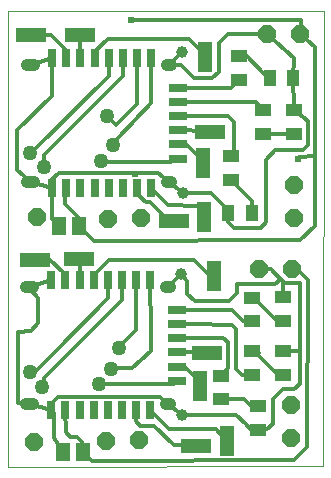
<source format=gbl>
G75*
%MOIN*%
%OFA0B0*%
%FSLAX25Y25*%
%IPPOS*%
%LPD*%
%AMOC8*
5,1,8,0,0,1.08239X$1,22.5*
%
%ADD10C,0.00000*%
%ADD11R,0.03150X0.05906*%
%ADD12R,0.05906X0.03150*%
%ADD13C,0.03937*%
%ADD14C,0.03937*%
%ADD15R,0.05512X0.04331*%
%ADD16R,0.05118X0.05906*%
%ADD17OC8,0.06000*%
%ADD18R,0.05000X0.10000*%
%ADD19R,0.10000X0.05000*%
%ADD20R,0.04331X0.05512*%
%ADD21C,0.00600*%
%ADD22C,0.01200*%
%ADD23C,0.01000*%
%ADD24C,0.05000*%
%ADD25C,0.02400*%
D10*
X0020728Y0001000D02*
X0020675Y0152867D01*
X0125931Y0152769D01*
X0125743Y0001103D01*
X0020728Y0001000D01*
D11*
X0035108Y0019760D03*
X0039833Y0019760D03*
X0044557Y0019760D03*
X0049281Y0019760D03*
X0054006Y0019760D03*
X0058730Y0019760D03*
X0063455Y0019760D03*
X0068179Y0019760D03*
X0068179Y0063068D03*
X0063455Y0063068D03*
X0058730Y0063068D03*
X0054006Y0063068D03*
X0049281Y0063068D03*
X0044557Y0063068D03*
X0039833Y0063068D03*
X0035108Y0063068D03*
X0035380Y0093817D03*
X0040105Y0093817D03*
X0044829Y0093817D03*
X0049554Y0093817D03*
X0054278Y0093817D03*
X0059002Y0093817D03*
X0063727Y0093817D03*
X0068451Y0093817D03*
X0068451Y0137125D03*
X0063727Y0137125D03*
X0059002Y0137125D03*
X0054278Y0137125D03*
X0049554Y0137125D03*
X0044829Y0137125D03*
X0040105Y0137125D03*
X0035380Y0137125D03*
D12*
X0077309Y0127282D03*
X0077309Y0122558D03*
X0077309Y0117833D03*
X0077309Y0113109D03*
X0077309Y0108384D03*
X0077309Y0103660D03*
X0077037Y0053225D03*
X0077037Y0048501D03*
X0077037Y0043776D03*
X0077037Y0039052D03*
X0077037Y0034327D03*
X0077037Y0029603D03*
D13*
X0074873Y0021926D02*
X0073297Y0021926D01*
X0074873Y0021926D02*
X0074873Y0021926D01*
X0073297Y0021926D01*
X0073297Y0021926D01*
X0073297Y0060902D02*
X0074873Y0060902D01*
X0074873Y0060902D01*
X0073297Y0060902D01*
X0073297Y0060902D01*
X0073569Y0095983D02*
X0075145Y0095983D01*
X0075145Y0095983D01*
X0073569Y0095983D01*
X0073569Y0095983D01*
X0073569Y0134959D02*
X0075145Y0134959D01*
X0075145Y0134959D01*
X0073569Y0134959D01*
X0073569Y0134959D01*
X0029475Y0134959D02*
X0027113Y0134959D01*
X0029475Y0134959D02*
X0029475Y0134959D01*
X0027113Y0134959D01*
X0027113Y0134959D01*
X0027113Y0095983D02*
X0029475Y0095983D01*
X0029475Y0095983D01*
X0027113Y0095983D01*
X0027113Y0095983D01*
X0026841Y0060902D02*
X0029203Y0060902D01*
X0029203Y0060902D01*
X0026841Y0060902D01*
X0026841Y0060902D01*
X0026841Y0021926D02*
X0029203Y0021926D01*
X0029203Y0021926D01*
X0026841Y0021926D01*
X0026841Y0021926D01*
D14*
X0078612Y0018186D03*
X0078415Y0065036D03*
X0078884Y0092243D03*
X0078687Y0139093D03*
D15*
X0097694Y0137825D03*
X0097694Y0129951D03*
X0105593Y0119772D03*
X0105593Y0111898D03*
X0116002Y0111978D03*
X0116002Y0119852D03*
X0094950Y0104460D03*
X0094950Y0096586D03*
X0102120Y0057346D03*
X0102120Y0049472D03*
X0102046Y0039490D03*
X0102046Y0031616D03*
X0104015Y0021171D03*
X0104015Y0013297D03*
X0091711Y0023481D03*
X0091711Y0031355D03*
X0112437Y0031661D03*
X0112437Y0039535D03*
X0112454Y0049645D03*
X0112454Y0057519D03*
D16*
X0044522Y0081188D03*
X0037829Y0081188D03*
X0038891Y0006021D03*
X0045584Y0006021D03*
D17*
X0053419Y0009599D03*
X0064435Y0009706D03*
X0029365Y0009036D03*
X0054176Y0083618D03*
X0065132Y0083984D03*
X0030300Y0084072D03*
X0104434Y0066804D03*
X0115292Y0066816D03*
X0115939Y0083988D03*
X0116168Y0094892D03*
X0118181Y0145270D03*
X0106971Y0145161D03*
X0115022Y0021425D03*
X0114926Y0010543D03*
D18*
X0093811Y0009652D03*
X0084622Y0027976D03*
X0089504Y0064435D03*
X0085902Y0084215D03*
X0085673Y0102043D03*
X0086251Y0137567D03*
D19*
X0088198Y0112520D03*
X0075956Y0082750D03*
X0044416Y0070146D03*
X0029593Y0070010D03*
X0083291Y0008007D03*
X0086906Y0038743D03*
X0044811Y0144960D03*
X0028398Y0145010D03*
D20*
X0094137Y0085584D03*
X0102011Y0085584D03*
X0107998Y0130513D03*
X0115872Y0130513D03*
D21*
X0118181Y0145270D02*
X0118520Y0145489D01*
X0062895Y0098996D02*
X0062895Y0098614D01*
X0052270Y0102488D02*
X0051772Y0102989D01*
X0057270Y0110489D02*
X0057602Y0110958D01*
X0056645Y0114864D02*
X0057005Y0115150D01*
X0077037Y0048501D02*
X0077312Y0048401D01*
X0078512Y0048401D01*
X0062105Y0033764D02*
X0055075Y0033660D01*
X0057108Y0040123D02*
X0060150Y0043103D01*
X0057828Y0040578D01*
X0073827Y0021933D02*
X0074085Y0021926D01*
X0035912Y0019001D02*
X0035312Y0019601D01*
X0035108Y0019760D01*
D22*
X0028022Y0021926D01*
X0028070Y0022290D02*
X0023952Y0022278D01*
X0023999Y0046007D01*
X0028219Y0046052D01*
X0030826Y0048729D01*
X0030825Y0057252D01*
X0028247Y0059930D01*
X0028022Y0060902D02*
X0035108Y0063068D01*
X0039833Y0063068D02*
X0039274Y0065392D01*
X0034806Y0069865D01*
X0029593Y0070010D01*
X0037829Y0081188D02*
X0035347Y0083641D01*
X0035380Y0093817D01*
X0035438Y0096741D01*
X0037606Y0098996D01*
X0062895Y0098996D01*
X0070549Y0098996D01*
X0074357Y0095983D01*
X0078884Y0092243D01*
X0088281Y0092336D01*
X0093520Y0087089D01*
X0094137Y0085584D01*
X0094151Y0082423D01*
X0095977Y0080609D01*
X0104946Y0080583D01*
X0106771Y0082376D01*
X0106573Y0103313D01*
X0109812Y0106542D01*
X0119133Y0106427D01*
X0120766Y0108048D01*
X0120864Y0116104D01*
X0116002Y0119852D01*
X0115904Y0120777D01*
X0115872Y0130513D01*
X0115956Y0137128D01*
X0106971Y0145161D01*
X0093989Y0145295D01*
X0090945Y0142231D01*
X0090925Y0132566D01*
X0088700Y0130389D01*
X0082844Y0130377D01*
X0078326Y0135013D01*
X0074357Y0134959D01*
X0078687Y0139093D01*
X0080987Y0143624D02*
X0085037Y0139651D01*
X0086251Y0137567D01*
X0080987Y0143624D02*
X0053901Y0143624D01*
X0049691Y0139413D01*
X0049554Y0137125D01*
X0054278Y0137125D02*
X0054338Y0131338D01*
X0029275Y0106607D01*
X0027927Y0105631D01*
X0028503Y0105846D02*
X0029275Y0106607D01*
X0032856Y0104947D02*
X0032816Y0100894D01*
X0032751Y0104545D02*
X0032856Y0104947D01*
X0059019Y0131251D01*
X0059002Y0137125D01*
X0063727Y0137125D02*
X0063700Y0121713D01*
X0057005Y0115150D01*
X0056645Y0114864D02*
X0053584Y0117797D01*
X0057602Y0110958D02*
X0068469Y0122060D01*
X0068451Y0137125D01*
X0077309Y0127282D02*
X0095072Y0127272D01*
X0097694Y0129951D01*
X0097694Y0137825D02*
X0100423Y0137755D01*
X0106169Y0132006D01*
X0107998Y0130513D01*
X0103259Y0122522D02*
X0105593Y0119772D01*
X0103259Y0122522D02*
X0077309Y0122558D01*
X0077309Y0117833D02*
X0078331Y0117918D01*
X0093972Y0117885D01*
X0095888Y0115966D01*
X0095921Y0105454D01*
X0094950Y0104460D01*
X0094950Y0096586D02*
X0101990Y0089584D01*
X0102011Y0085584D01*
X0104434Y0066804D02*
X0108405Y0066748D01*
X0112131Y0063023D01*
X0111548Y0063529D01*
X0109841Y0061810D01*
X0101335Y0061847D01*
X0096975Y0061808D01*
X0096952Y0058756D01*
X0094360Y0056161D01*
X0082893Y0056161D01*
X0080459Y0058599D01*
X0080459Y0063002D01*
X0078415Y0065036D01*
X0074085Y0060902D01*
X0068179Y0063068D02*
X0068226Y0046079D01*
X0068238Y0039684D01*
X0062105Y0033764D01*
X0054744Y0033770D01*
X0054214Y0028454D02*
X0050886Y0028448D01*
X0054214Y0028454D02*
X0056036Y0028452D01*
X0059633Y0028512D01*
X0076166Y0028468D01*
X0077037Y0029603D01*
X0077037Y0034327D02*
X0079664Y0034290D01*
X0084291Y0029700D01*
X0084622Y0027976D01*
X0091711Y0031355D02*
X0093995Y0033753D01*
X0093995Y0042461D01*
X0092366Y0043958D01*
X0090873Y0043958D01*
X0077037Y0043776D01*
X0077037Y0039052D02*
X0083700Y0039069D01*
X0086906Y0038743D01*
X0082261Y0048433D02*
X0095303Y0048351D01*
X0096691Y0046981D01*
X0096691Y0033491D01*
X0098574Y0031642D01*
X0102046Y0031616D01*
X0104148Y0038075D02*
X0110559Y0031657D01*
X0112437Y0031661D01*
X0112221Y0026706D02*
X0116066Y0026735D01*
X0117974Y0028564D01*
X0117949Y0031195D01*
X0117884Y0039650D01*
X0112437Y0039535D01*
X0117884Y0039650D02*
X0117884Y0062166D01*
X0112979Y0062175D01*
X0112131Y0063023D01*
X0112457Y0062618D02*
X0111548Y0063529D01*
X0112457Y0062618D02*
X0112454Y0057519D01*
X0112454Y0049645D02*
X0110139Y0049714D01*
X0104216Y0055577D01*
X0102120Y0057346D01*
X0095513Y0053226D02*
X0099177Y0049601D01*
X0099177Y0049535D01*
X0102120Y0049472D01*
X0099177Y0049470D02*
X0099177Y0049535D01*
X0095513Y0053226D02*
X0077037Y0053225D01*
X0078512Y0048401D02*
X0082261Y0048433D01*
X0087559Y0065010D02*
X0089504Y0064435D01*
X0087559Y0065010D02*
X0082599Y0069974D01*
X0064016Y0070029D01*
X0054261Y0069974D01*
X0049574Y0065283D01*
X0049281Y0063068D01*
X0044557Y0063068D02*
X0044615Y0067956D01*
X0044416Y0070146D01*
X0049408Y0076303D02*
X0044522Y0081188D01*
X0044494Y0083898D01*
X0039821Y0088565D01*
X0039839Y0091254D01*
X0040105Y0093817D01*
X0035380Y0093817D02*
X0028294Y0095983D01*
X0023648Y0099949D01*
X0023648Y0113043D01*
X0035352Y0124662D01*
X0035380Y0137125D01*
X0028294Y0134959D01*
X0028398Y0145010D02*
X0035077Y0144895D01*
X0040001Y0139969D01*
X0039842Y0139492D01*
X0040105Y0137125D01*
X0044829Y0137125D02*
X0044811Y0144960D01*
X0061827Y0149874D02*
X0118520Y0150010D01*
X0118520Y0145489D01*
X0118181Y0145270D02*
X0123131Y0141003D01*
X0123050Y0104372D01*
X0117834Y0104064D01*
X0117236Y0103600D01*
X0123050Y0104372D02*
X0122947Y0081276D01*
X0118153Y0076380D01*
X0049408Y0076303D01*
X0054006Y0063068D02*
X0054031Y0057037D01*
X0036255Y0039244D01*
X0036255Y0039315D02*
X0029230Y0032249D01*
X0028093Y0032577D01*
X0032619Y0030462D02*
X0032635Y0028101D01*
X0032192Y0027512D01*
X0032619Y0030462D02*
X0034932Y0032922D01*
X0040699Y0038631D01*
X0058629Y0056577D01*
X0058730Y0063068D01*
X0063455Y0063068D02*
X0063478Y0046521D01*
X0057108Y0040123D01*
X0071391Y0024246D02*
X0073827Y0021933D01*
X0074085Y0021926D02*
X0078612Y0018186D01*
X0094128Y0018244D01*
X0096861Y0018186D01*
X0099972Y0015073D01*
X0101763Y0013281D01*
X0104015Y0013297D01*
X0107041Y0013375D01*
X0109020Y0015356D01*
X0109075Y0023481D01*
X0112221Y0026706D01*
X0104015Y0021171D02*
X0101591Y0021310D01*
X0099306Y0023586D01*
X0091711Y0023481D01*
X0090075Y0013469D02*
X0093811Y0009652D01*
X0090075Y0013469D02*
X0074404Y0013527D01*
X0068179Y0019760D01*
X0069492Y0014642D02*
X0064870Y0014642D01*
X0063431Y0016083D01*
X0063455Y0019760D01*
X0069492Y0014642D02*
X0076083Y0008044D01*
X0083291Y0008007D01*
X0071391Y0024246D02*
X0037513Y0024292D01*
X0035416Y0022114D01*
X0035565Y0019457D01*
X0035912Y0019001D02*
X0036002Y0010372D01*
X0038891Y0006021D01*
X0041485Y0010830D02*
X0043822Y0010812D01*
X0045473Y0009124D01*
X0045584Y0006021D01*
X0048636Y0003010D01*
X0115911Y0003118D01*
X0120422Y0007608D01*
X0120582Y0063153D01*
X0116912Y0066810D01*
X0115292Y0066816D01*
X0104214Y0038861D02*
X0102046Y0039490D01*
X0104214Y0038861D02*
X0104148Y0038075D01*
X0075956Y0082750D02*
X0072346Y0084903D01*
X0068199Y0089057D01*
X0066562Y0089166D01*
X0064597Y0091025D01*
X0063727Y0093817D01*
X0068451Y0093817D02*
X0074202Y0088073D01*
X0084243Y0087964D01*
X0085902Y0084215D01*
X0085673Y0102043D02*
X0084257Y0104202D01*
X0080125Y0108426D01*
X0077309Y0108384D01*
X0077309Y0103660D02*
X0074593Y0102488D01*
X0052270Y0102488D01*
X0051216Y0102488D01*
X0055854Y0108330D02*
X0057270Y0110489D01*
X0077309Y0113109D02*
X0086822Y0113013D01*
X0088198Y0112520D01*
X0105593Y0111898D02*
X0116002Y0111978D01*
X0039833Y0019760D02*
X0039890Y0012463D01*
X0041485Y0010830D01*
D23*
X0035912Y0019001D02*
X0035565Y0019457D01*
X0035777Y0021637D02*
X0035416Y0022114D01*
X0028070Y0022290D02*
X0028022Y0021926D01*
X0036255Y0039244D02*
X0036255Y0039315D01*
X0028247Y0059930D02*
X0028022Y0060902D01*
D24*
X0028093Y0032577D03*
X0032192Y0027512D03*
X0050886Y0028448D03*
X0055075Y0033660D03*
X0057828Y0040578D03*
X0032816Y0100894D03*
X0027927Y0105631D03*
X0051772Y0102989D03*
X0055854Y0108330D03*
X0053584Y0117797D03*
D25*
X0062895Y0098614D03*
X0061827Y0149874D03*
X0117236Y0103600D03*
M02*

</source>
